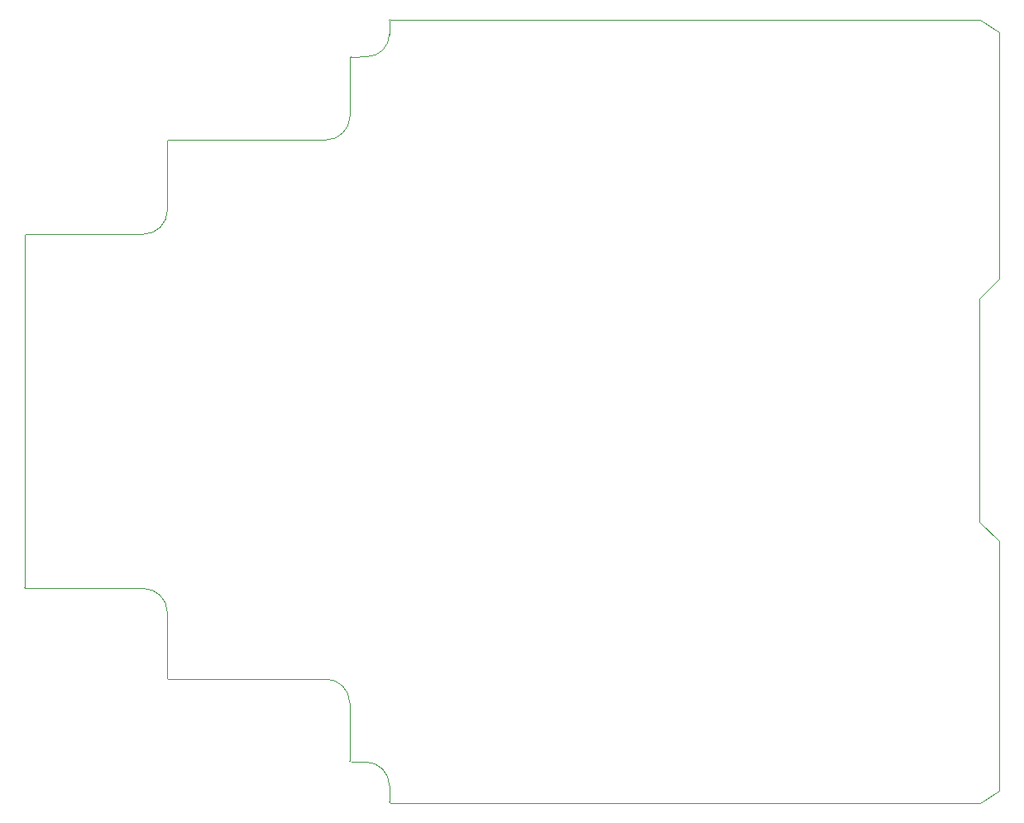
<source format=gbr>
%TF.GenerationSoftware,KiCad,Pcbnew,7.0.8*%
%TF.CreationDate,2024-06-23T22:41:19+02:00*%
%TF.ProjectId,Stima V4 Power,5374696d-6120-4563-9420-506f7765722e,rev?*%
%TF.SameCoordinates,Original*%
%TF.FileFunction,Profile,NP*%
%FSLAX46Y46*%
G04 Gerber Fmt 4.6, Leading zero omitted, Abs format (unit mm)*
G04 Created by KiCad (PCBNEW 7.0.8) date 2024-06-23 22:41:19*
%MOMM*%
%LPD*%
G01*
G04 APERTURE LIST*
%TA.AperFunction,Profile*%
%ADD10C,0.050000*%
%TD*%
G04 APERTURE END LIST*
D10*
X198398195Y-66285540D02*
X198398195Y-91389200D01*
X113209035Y-84429600D02*
X113209035Y-77315730D01*
X198368795Y-91460180D02*
X196366195Y-93462780D01*
X131901235Y-74775740D02*
X131901235Y-68806740D01*
X135942825Y-144996020D02*
X135942035Y-144983440D01*
X132000939Y-68706362D02*
X132000945Y-68706360D01*
X129461615Y-77215335D02*
G75*
G03*
X131901235Y-74775737I-15J2439635D01*
G01*
X132000945Y-68706360D02*
X133654275Y-68695220D01*
X196367415Y-145108980D02*
X136042415Y-145108980D01*
X135942080Y-143332439D02*
G75*
G03*
X133502414Y-140892820I-2439680J-61D01*
G01*
X133502414Y-140892820D02*
X133502415Y-140892820D01*
X198368795Y-118293020D02*
X198398195Y-118364000D01*
X133655185Y-68695295D02*
G75*
G03*
X135928195Y-66422210I-85J2273095D01*
G01*
X131901235Y-74775737D02*
X131901235Y-74775740D01*
X110769415Y-123137980D02*
X98704385Y-123137980D01*
X113309415Y-77215350D02*
X129461615Y-77215350D01*
X98717495Y-86869220D02*
X110769415Y-86869220D01*
X131878035Y-140817600D02*
X131878035Y-134848598D01*
X131878010Y-140817601D02*
G75*
G03*
X132044884Y-140892820I100390J1D01*
G01*
X131878035Y-140817601D02*
X131878035Y-140817600D01*
X198398195Y-91389200D02*
X198368795Y-91460180D01*
X196367415Y-64898220D02*
X196423095Y-64915080D01*
X98603920Y-123037600D02*
G75*
G03*
X98704385Y-123137980I100480J100D01*
G01*
X135942826Y-144996021D02*
X135942825Y-144996020D01*
X113309415Y-77215335D02*
G75*
G03*
X113209035Y-77315730I-15J-100365D01*
G01*
X196423095Y-64915080D02*
X198353495Y-66202010D01*
X196423465Y-145091880D02*
X196367415Y-145108980D01*
X113209020Y-132308600D02*
G75*
G03*
X113309415Y-132408980I100380J0D01*
G01*
X135928195Y-66422210D02*
X135928195Y-64998600D01*
X98604005Y-123037600D02*
X98604035Y-86982680D01*
X198398195Y-143721670D02*
X198353495Y-143805190D01*
X132000939Y-68706437D02*
G75*
G03*
X131901235Y-68806740I561J-100263D01*
G01*
X198398195Y-118364000D02*
X198398195Y-143721670D01*
X133654275Y-68695220D02*
X133655185Y-68695220D01*
X198353495Y-66202010D02*
X198398195Y-66285540D01*
X196366195Y-93462780D02*
X196366195Y-116290420D01*
X196366195Y-116290420D02*
X198368795Y-118293020D01*
X113209035Y-132308600D02*
X113209035Y-125577600D01*
X98604035Y-86982680D02*
X98717495Y-86869220D01*
X136028575Y-64898220D02*
X196367415Y-64898220D01*
X133502415Y-140892820D02*
X132044884Y-140892820D01*
X110769415Y-86869235D02*
G75*
G03*
X113209035Y-84429600I-15J2439635D01*
G01*
X129441945Y-132408980D02*
X113309415Y-132408980D01*
X136028575Y-64898295D02*
G75*
G03*
X135928195Y-64998600I-75J-100305D01*
G01*
X198353495Y-143805190D02*
X196423465Y-145091880D01*
X135942035Y-144983440D02*
X135942035Y-143332439D01*
X113209020Y-125577600D02*
G75*
G03*
X110769415Y-123137980I-2439620J0D01*
G01*
X135942812Y-144996019D02*
G75*
G03*
X136042415Y-145108980I99588J-12581D01*
G01*
X131878019Y-134848598D02*
G75*
G03*
X129441949Y-132408984I-2439619J-2D01*
G01*
M02*

</source>
